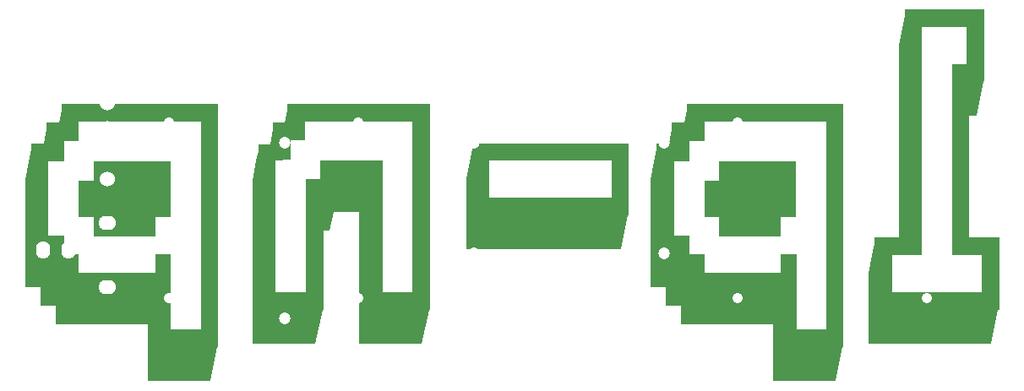
<source format=gbr>
%TF.GenerationSoftware,KiCad,Pcbnew,9.0.5*%
%TF.CreationDate,2025-10-15T11:26:38+02:00*%
%TF.ProjectId,numpad,6e756d70-6164-42e6-9b69-6361645f7063,rev?*%
%TF.SameCoordinates,Original*%
%TF.FileFunction,Legend,Bot*%
%TF.FilePolarity,Positive*%
%FSLAX46Y46*%
G04 Gerber Fmt 4.6, Leading zero omitted, Abs format (unit mm)*
G04 Created by KiCad (PCBNEW 9.0.5) date 2025-10-15 11:26:38*
%MOMM*%
%LPD*%
G01*
G04 APERTURE LIST*
%ADD10C,0.150000*%
%ADD11O,1.778000X1.397000*%
%ADD12C,1.050000*%
%ADD13C,1.200000*%
%ADD14C,1.524000*%
%ADD15O,1.397000X1.778000*%
G04 APERTURE END LIST*
D10*
G36*
X134131673Y-51618414D02*
G01*
X134026343Y-51618414D01*
X133327198Y-55008810D01*
X132628053Y-55008810D01*
X132628053Y-67278960D01*
X135635293Y-67278960D01*
X135635293Y-74519234D01*
X135494853Y-74519234D01*
X134830818Y-77927948D01*
X122519452Y-77927948D01*
X122519452Y-70898333D01*
X122890286Y-69037508D01*
X124864183Y-69037508D01*
X124864183Y-72750000D01*
X133887430Y-72750000D01*
X133887430Y-69037508D01*
X130878663Y-69037508D01*
X130878663Y-49881236D01*
X132383810Y-49881236D01*
X132383810Y-46176378D01*
X127906533Y-46176378D01*
X127906533Y-69037508D01*
X124864183Y-69037508D01*
X122890286Y-69037508D01*
X123114794Y-67910938D01*
X123114794Y-67278960D01*
X125563328Y-67278960D01*
X125563328Y-48018885D01*
X126157144Y-45046755D01*
X126157144Y-44417829D01*
X134131673Y-44417829D01*
X134131673Y-51618414D01*
G37*
G36*
X115234909Y-65227320D02*
G01*
X113731289Y-65227320D01*
X113731289Y-67115622D01*
X107574842Y-67115622D01*
X107574842Y-65227320D01*
X106071222Y-65227320D01*
X106071222Y-61537726D01*
X107574842Y-61537726D01*
X107574842Y-59658583D01*
X115234909Y-59658583D01*
X115234909Y-65227320D01*
G37*
G36*
X120026648Y-78254623D02*
G01*
X119921318Y-78254623D01*
X119222173Y-81640439D01*
X112961924Y-81640439D01*
X112961924Y-75974005D01*
X103728018Y-75974005D01*
X103728018Y-74087229D01*
X102224398Y-74087229D01*
X102224398Y-72201980D01*
X100685668Y-72201980D01*
X100685668Y-61444609D01*
X101043792Y-59658583D01*
X103028872Y-59658583D01*
X103028872Y-67060668D01*
X104567602Y-67060668D01*
X104567602Y-68927599D01*
X106071222Y-68927599D01*
X106071222Y-70796057D01*
X113731289Y-70796057D01*
X113731289Y-68907754D01*
X115305129Y-68907754D01*
X115305129Y-76462491D01*
X118278785Y-76462491D01*
X118278785Y-55653000D01*
X106071222Y-55653000D01*
X106071222Y-57550462D01*
X104567602Y-57550462D01*
X104567602Y-59658583D01*
X103028872Y-59658583D01*
X101043792Y-59658583D01*
X101281010Y-58475532D01*
X101281010Y-57846606D01*
X102540387Y-57846606D01*
X102819740Y-56379623D01*
X102819740Y-55750697D01*
X104079117Y-55750697D01*
X104323360Y-54512691D01*
X104323360Y-53894452D01*
X120026648Y-53894452D01*
X120026648Y-78254623D01*
G37*
G36*
X98508853Y-65042611D02*
G01*
X98403524Y-65042611D01*
X97704378Y-68451325D01*
X82210223Y-68451325D01*
X82210223Y-63273377D01*
X84553428Y-63273377D01*
X96760990Y-63273377D01*
X96760990Y-59560886D01*
X84553428Y-59560886D01*
X84553428Y-63273377D01*
X82210223Y-63273377D01*
X82210223Y-61421711D01*
X82805565Y-58434316D01*
X82805565Y-57802337D01*
X98508853Y-57802337D01*
X98508853Y-65042611D01*
G37*
G36*
X78578637Y-74534499D02*
G01*
X78473307Y-74534499D01*
X77774162Y-77927948D01*
X71513913Y-77927948D01*
X71513913Y-64738834D01*
X68924938Y-64738834D01*
X68540256Y-66563023D01*
X67911331Y-66563023D01*
X67911331Y-74525340D01*
X67806001Y-74525340D01*
X67106856Y-77927948D01*
X60776386Y-77927948D01*
X60776386Y-61566730D01*
X61177349Y-59560886D01*
X63119591Y-59560886D01*
X63119591Y-72750000D01*
X66163468Y-72750000D01*
X66163468Y-61385075D01*
X67596868Y-61385075D01*
X67596868Y-59560886D01*
X73857117Y-59560886D01*
X73857117Y-72750000D01*
X76830774Y-72750000D01*
X76830774Y-55653000D01*
X66058138Y-55653000D01*
X66058138Y-57504666D01*
X64623211Y-57504666D01*
X64623211Y-59458609D01*
X63119591Y-59560886D01*
X61177349Y-59560886D01*
X61371728Y-58588494D01*
X61371728Y-57958042D01*
X62595996Y-57922932D01*
X62875348Y-56416259D01*
X62875348Y-55750697D01*
X64064506Y-55750697D01*
X64308749Y-54512691D01*
X64308749Y-53894452D01*
X78578637Y-53894452D01*
X78578637Y-74534499D01*
G37*
G36*
X52562194Y-65227320D02*
G01*
X51058574Y-65227320D01*
X51058574Y-67115622D01*
X44902128Y-67115622D01*
X44902128Y-65227320D01*
X43398508Y-65227320D01*
X43398508Y-61537726D01*
X44902128Y-61537726D01*
X44902128Y-59658583D01*
X52562194Y-59658583D01*
X52562194Y-65227320D01*
G37*
G36*
X57353934Y-78254623D02*
G01*
X57248604Y-78254623D01*
X56549459Y-81640439D01*
X50289209Y-81640439D01*
X50289209Y-75974005D01*
X41055303Y-75974005D01*
X41055303Y-74087229D01*
X39551683Y-74087229D01*
X39551683Y-72201980D01*
X38012953Y-72201980D01*
X38012953Y-61444609D01*
X38371077Y-59658583D01*
X40356158Y-59658583D01*
X40356158Y-67060668D01*
X41894888Y-67060668D01*
X41894888Y-68927599D01*
X43398508Y-68927599D01*
X43398508Y-70796057D01*
X51058574Y-70796057D01*
X51058574Y-68907754D01*
X52632414Y-68907754D01*
X52632414Y-76462491D01*
X55606071Y-76462491D01*
X55606071Y-55653000D01*
X43398508Y-55653000D01*
X43398508Y-57550462D01*
X41894888Y-57550462D01*
X41894888Y-59658583D01*
X40356158Y-59658583D01*
X38371077Y-59658583D01*
X38608295Y-58475532D01*
X38608295Y-57846606D01*
X39867672Y-57846606D01*
X40147025Y-56379623D01*
X40147025Y-55750697D01*
X41406402Y-55750697D01*
X41650645Y-54512691D01*
X41650645Y-53894452D01*
X57353934Y-53894452D01*
X57353934Y-78254623D01*
G37*
D11*
%TO.C,RSW1*%
X46212000Y-72261000D03*
X46212000Y-65761000D03*
%TD*%
%LPC*%
D12*
%TO.C,SW17*%
X71400000Y-90900000D03*
D13*
X83000000Y-86440000D03*
X83000000Y-92960000D03*
%TD*%
D12*
%TO.C,SW15*%
X128400000Y-73300000D03*
D13*
X140000000Y-68840000D03*
X140000000Y-75360000D03*
%TD*%
D12*
%TO.C,SW14*%
X109400000Y-73300000D03*
D13*
X121000000Y-68840000D03*
X121000000Y-75360000D03*
%TD*%
D12*
%TO.C,SW2*%
X71400000Y-38100000D03*
D13*
X83000000Y-33640000D03*
X83000000Y-40160000D03*
%TD*%
D12*
%TO.C,SW9*%
X109400000Y-55700000D03*
D13*
X121000000Y-51240000D03*
X121000000Y-57760000D03*
%TD*%
D11*
%TO.C,RSW1*%
X46212000Y-72261000D03*
X46212000Y-65761000D03*
%TD*%
D12*
%TO.C,SW5*%
X128400000Y-38100000D03*
D13*
X140000000Y-33640000D03*
X140000000Y-40160000D03*
%TD*%
D12*
%TO.C,SW6*%
X52400000Y-55700000D03*
D13*
X64000000Y-51240000D03*
X64000000Y-57760000D03*
%TD*%
D12*
%TO.C,SW13*%
X90400000Y-73300000D03*
D13*
X102000000Y-68840000D03*
X102000000Y-75360000D03*
%TD*%
D12*
%TO.C,SW4*%
X109400000Y-38100000D03*
D13*
X121000000Y-33640000D03*
X121000000Y-40160000D03*
%TD*%
D12*
%TO.C,SW19*%
X109400000Y-90900000D03*
D13*
X121000000Y-86440000D03*
X121000000Y-92960000D03*
%TD*%
D12*
%TO.C,SW10*%
X128400000Y-55700000D03*
D13*
X140000000Y-51240000D03*
X140000000Y-57760000D03*
%TD*%
D12*
%TO.C,SW3*%
X90400000Y-38100000D03*
D13*
X102000000Y-33640000D03*
X102000000Y-40160000D03*
%TD*%
D12*
%TO.C,SW7*%
X71400000Y-55700000D03*
D13*
X83000000Y-51240000D03*
X83000000Y-57760000D03*
%TD*%
D12*
%TO.C,SW8*%
X90400000Y-55700000D03*
D13*
X102000000Y-51240000D03*
X102000000Y-57760000D03*
%TD*%
D14*
%TO.C,U1*%
X46211400Y-33422000D03*
X46211400Y-35962000D03*
X46211400Y-38502000D03*
X46211400Y-41042000D03*
X46211400Y-43582000D03*
X46211400Y-46122000D03*
X46211400Y-48662000D03*
X46211400Y-51202000D03*
X46211400Y-53742000D03*
X46211400Y-56282000D03*
X46211400Y-58822000D03*
X46211400Y-61362000D03*
X30991400Y-61362000D03*
X30991400Y-58822000D03*
X30991400Y-56282000D03*
X30991400Y-53742000D03*
X30991400Y-51202000D03*
X30991400Y-48662000D03*
X30991400Y-46122000D03*
X30991400Y-43582000D03*
X30991400Y-41042000D03*
X30991400Y-38502000D03*
X30991400Y-35962000D03*
X30991400Y-33422000D03*
%TD*%
D12*
%TO.C,SW16*%
X52400000Y-90900000D03*
D13*
X64000000Y-86440000D03*
X64000000Y-92960000D03*
%TD*%
D12*
%TO.C,SW12*%
X71400000Y-73300000D03*
D13*
X83000000Y-68840000D03*
X83000000Y-75360000D03*
%TD*%
D12*
%TO.C,SW20*%
X128400000Y-90900000D03*
D13*
X140000000Y-86440000D03*
X140000000Y-92960000D03*
%TD*%
D12*
%TO.C,SW11*%
X52400000Y-73300000D03*
D13*
X64000000Y-68840000D03*
X64000000Y-75360000D03*
%TD*%
D12*
%TO.C,SW1*%
X52400000Y-38100000D03*
D13*
X64000000Y-33640000D03*
X64000000Y-40160000D03*
%TD*%
D12*
%TO.C,SW18*%
X90400000Y-90900000D03*
D13*
X102000000Y-86440000D03*
X102000000Y-92960000D03*
%TD*%
D15*
%TO.C,OLED*%
X34736000Y-68508000D03*
X37276000Y-68508000D03*
X39816000Y-68508000D03*
X42356000Y-68508000D03*
%TD*%
%LPD*%
M02*

</source>
